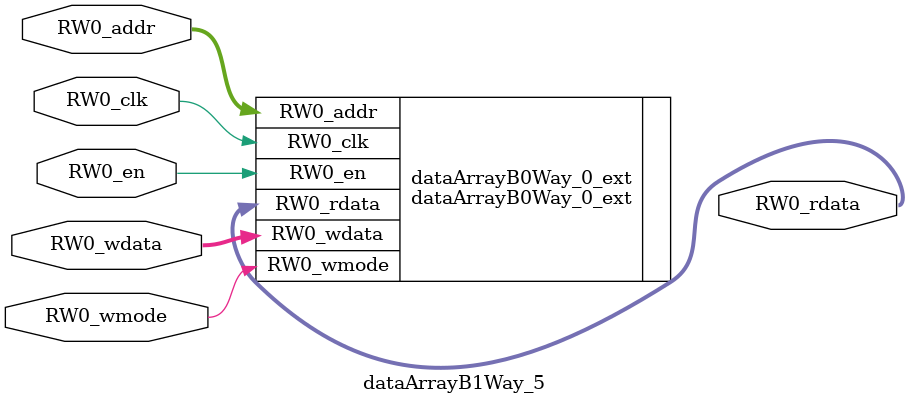
<source format=sv>
`ifndef RANDOMIZE
  `ifdef RANDOMIZE_MEM_INIT
    `define RANDOMIZE
  `endif // RANDOMIZE_MEM_INIT
`endif // not def RANDOMIZE
`ifndef RANDOMIZE
  `ifdef RANDOMIZE_REG_INIT
    `define RANDOMIZE
  `endif // RANDOMIZE_REG_INIT
`endif // not def RANDOMIZE

`ifndef RANDOM
  `define RANDOM $random
`endif // not def RANDOM

// Users can define INIT_RANDOM as general code that gets injected into the
// initializer block for modules with registers.
`ifndef INIT_RANDOM
  `define INIT_RANDOM
`endif // not def INIT_RANDOM

// If using random initialization, you can also define RANDOMIZE_DELAY to
// customize the delay used, otherwise 0.002 is used.
`ifndef RANDOMIZE_DELAY
  `define RANDOMIZE_DELAY 0.002
`endif // not def RANDOMIZE_DELAY

// Define INIT_RANDOM_PROLOG_ for use in our modules below.
`ifndef INIT_RANDOM_PROLOG_
  `ifdef RANDOMIZE
    `ifdef VERILATOR
      `define INIT_RANDOM_PROLOG_ `INIT_RANDOM
    `else  // VERILATOR
      `define INIT_RANDOM_PROLOG_ `INIT_RANDOM #`RANDOMIZE_DELAY begin end
    `endif // VERILATOR
  `else  // RANDOMIZE
    `define INIT_RANDOM_PROLOG_
  `endif // RANDOMIZE
`endif // not def INIT_RANDOM_PROLOG_

// Include register initializers in init blocks unless synthesis is set
`ifndef SYNTHESIS
  `ifndef ENABLE_INITIAL_REG_
    `define ENABLE_INITIAL_REG_
  `endif // not def ENABLE_INITIAL_REG_
`endif // not def SYNTHESIS

// Include rmemory initializers in init blocks unless synthesis is set
`ifndef SYNTHESIS
  `ifndef ENABLE_INITIAL_MEM_
    `define ENABLE_INITIAL_MEM_
  `endif // not def ENABLE_INITIAL_MEM_
`endif // not def SYNTHESIS

// Standard header to adapt well known macros for prints and assertions.

// Users can define 'PRINTF_COND' to add an extra gate to prints.
`ifndef PRINTF_COND_
  `ifdef PRINTF_COND
    `define PRINTF_COND_ (`PRINTF_COND)
  `else  // PRINTF_COND
    `define PRINTF_COND_ 1
  `endif // PRINTF_COND
`endif // not def PRINTF_COND_

// Users can define 'ASSERT_VERBOSE_COND' to add an extra gate to assert error printing.
`ifndef ASSERT_VERBOSE_COND_
  `ifdef ASSERT_VERBOSE_COND
    `define ASSERT_VERBOSE_COND_ (`ASSERT_VERBOSE_COND)
  `else  // ASSERT_VERBOSE_COND
    `define ASSERT_VERBOSE_COND_ 1
  `endif // ASSERT_VERBOSE_COND
`endif // not def ASSERT_VERBOSE_COND_

// Users can define 'STOP_COND' to add an extra gate to stop conditions.
`ifndef STOP_COND_
  `ifdef STOP_COND
    `define STOP_COND_ (`STOP_COND)
  `else  // STOP_COND
    `define STOP_COND_ 1
  `endif // STOP_COND
`endif // not def STOP_COND_

module dataArrayB1Way_5(	// @[generators/rocket-chip/src/main/scala/util/DescribedSRAM.scala:17:26]
  input  [7:0]  RW0_addr,
  input         RW0_en,
                RW0_clk,
                RW0_wmode,
  input  [63:0] RW0_wdata,
  output [63:0] RW0_rdata
);

  dataArrayB0Way_0_ext dataArrayB0Way_0_ext (	// @[generators/rocket-chip/src/main/scala/util/DescribedSRAM.scala:17:26]
    .RW0_addr  (RW0_addr),
    .RW0_en    (RW0_en),
    .RW0_clk   (RW0_clk),
    .RW0_wmode (RW0_wmode),
    .RW0_wdata (RW0_wdata),
    .RW0_rdata (RW0_rdata)
  );
endmodule


</source>
